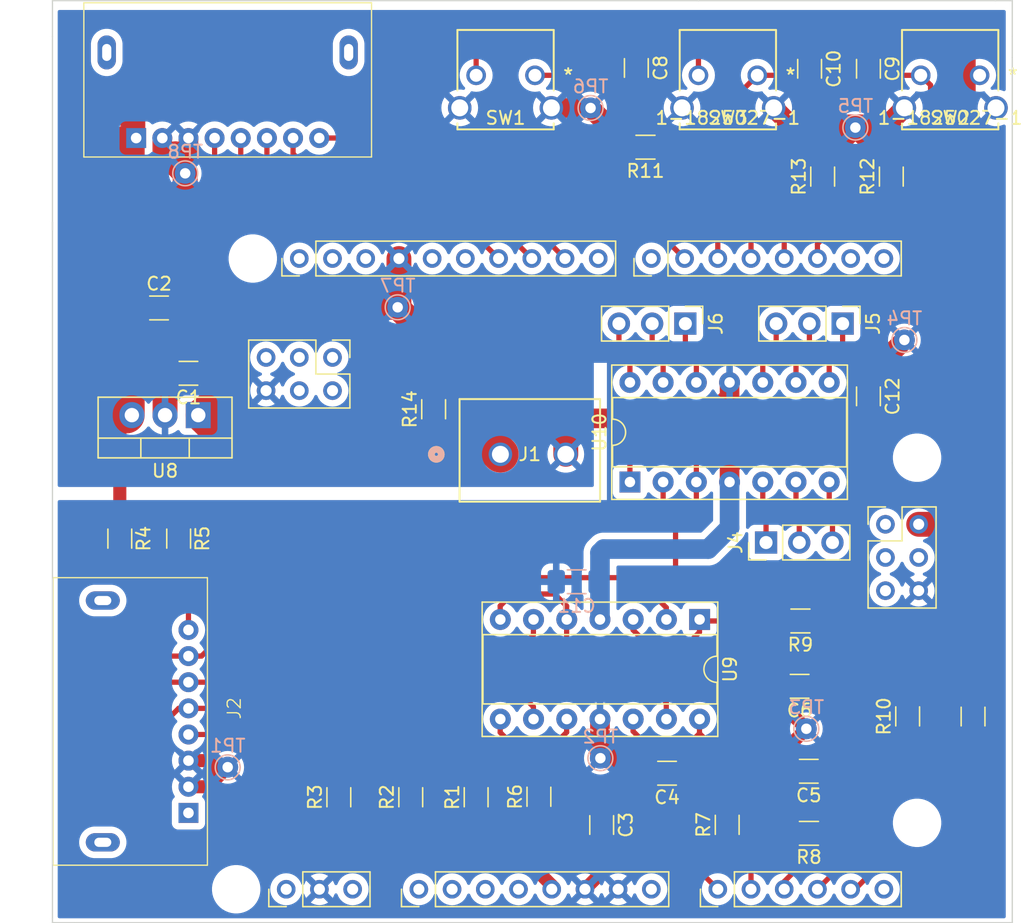
<source format=kicad_pcb>
(kicad_pcb (version 20240108) (generator "pcbnew") (generator_version "8.0")
  (title_block (title "Arduino UNO R4 Shield Template PCB") (date "2023-07-13") (rev "1.0") (company "MStackoverflow"))
  (layers (0 "F.Cu" signal) (31 "B.Cu" signal) (34 "B.Paste" user) (35 "F.Paste" user) (36 "B.SilkS" user "B.Silkscreen") (37 "F.SilkS" user "F.Silkscreen") (38 "B.Mask" user) (39 "F.Mask" user) (44 "Edge.Cuts" user))
  (net 0 "")
  (net 1 "GND")
  (net 2 "+5V")
  (net 3 "Net-(U9A-+)")
  (net 4 "Net-(U9B-+)")
  (net 5 "Net-(U9C-+)")
  (net 6 "Net-(U9D-+)")
  (net 7 "Net-(U10A-+)")
  (net 8 "Up Button")
  (net 9 "Down Button")
  (net 10 "Shift Button")
  (net 12 "Net-(J2-Pin_5)")
  (net 13 "Net-(J2-Pin_7)")
  (net 14 "Net-(J2-Pin_6)")
  (net 15 "Net-(J2-Pin_8)")
  (net 16 "Net-(J2-Pin_4)")
  (net 17 "Motor Signal 2")
  (net 18 "Motor Signal 5")
  (net 19 "Motor Signal 1")
  (net 20 "Motor Signal 3")
  (net 21 "Motor Signal 4")
  (net 22 "Flex Signal 1")
  (net 23 "Flex Signal 2")
  (net 24 "Flex Signal 3")
  (net 25 "Flex Signal 4")
  (net 26 "Flex Signal 5")
  (net 35 "+BATT")
  (net 39 "Net-(J4-Pin_3)")
  (net 43 "Net-(J4-Pin_1)")
  (net 44 "Net-(J4-Pin_2)")
  (net 54 "Net-(J5-Pin_1)")
  (net 56 "Net-(J5-Pin_3)")
  (net 57 "Net-(J5-Pin_2)")
  (net 58 "Net-(J6-Pin_3)")
  (net 61 "Net-(J6-Pin_1)")
  (net 62 "Net-(J6-Pin_2)")
  (footprint "Connector_PinHeader_2.54mm:PinHeader_1x03_P2.54mm_Vertical" (layer "F.Cu") (at 128.17 84.75 90)
    (property "Reference" "J4")
    (property "Value" "Spare Opamp")
  )
  (footprint "Capacitor_SMD:C_1206_3216Metric_Pad1.33x1.80mm_HandSolder" (layer "F.Cu") (at 120.6 102.4 180)
    (property "Reference" "C4")
    (property "Value" "C")
  )
  (footprint "Capacitor_SMD:C_1206_3216Metric_Pad1.33x1.80mm_HandSolder" (layer "F.Cu") (at 130.7375 95.75 180)
    (property "Reference" "C6")
    (property "Value" "C")
  )
  (footprint "Capacitor_SMD:C_1206_3216Metric_Pad1.33x1.80mm_HandSolder" (layer "F.Cu") (at 136 48.5 -90)
    (property "Reference" "C9")
    (property "Value" "C")
  )
  (footprint "custom_button:1-1825027-1" (layer "F.Cu") (at 127.5 49 180)
    (property "Reference" "SW3")
    (property "Value" "1-1825027-1")
  )
  (footprint "Capacitor_SMD:C_1206_3216Metric_Pad1.33x1.80mm_HandSolder" (layer "F.Cu") (at 115.6 106.3625 -90)
    (property "Reference" "C3")
    (property "Value" "C")
  )
  (footprint "Resistor_SMD:R_1206_3216Metric_Pad1.30x1.75mm_HandSolder" (layer "F.Cu") (at 118.95 54.5 180)
    (property "Reference" "R11")
    (property "Value" "R")
  )
  (footprint "Resistor_SMD:R_1206_3216Metric_Pad1.30x1.75mm_HandSolder" (layer "F.Cu") (at 132.5 56.75 90)
    (property "Reference" "R13")
    (property "Value" "R")
  )
  (footprint "Capacitor_SMD:C_1206_3216Metric_Pad1.33x1.80mm_HandSolder" (layer "F.Cu") (at 84 71.8 180)
    (property "Reference" "C1")
    (property "Value" "C")
  )
  (footprint "ArduinoPinSockets:Arduino_PinSocket_1x03_P2.54mm_Vertical" (layer "F.Cu") (at 91.47499 111.27751 90)
    (property "Reference" "U1" (hide yes))
    (property "Value" "OFF" (hide yes))
  )
  (footprint "Package_DIP:DIP-14_W7.62mm_Socket" (layer "F.Cu") (at 123.09 90.6375 -90)
    (property "Reference" "U9")
    (property "Value" "Opamp_Quad")
  )
  (footprint "Resistor_SMD:R_1206_3216Metric_Pad1.30x1.75mm_HandSolder" (layer "F.Cu") (at 139 98.05 90)
    (property "Reference" "R10")
    (property "Value" "R")
  )
  (footprint "molex_custom:Molex_2200301081" (layer "F.Cu") (at 88 97.4375 90)
    (property "Reference" "J2")
    (property "Value" "Flex Input")
  )
  (footprint "Resistor_SMD:R_1206_3216Metric_Pad1.30x1.75mm_HandSolder" (layer "F.Cu") (at 101 104.2375 90)
    (property "Reference" "R2")
    (property "Value" "R")
  )
  (footprint "Package_DIP:DIP-14_W7.62mm_Socket" (layer "F.Cu") (at 117.76 80.12 90)
    (property "Reference" "U10")
    (property "Value" "Opamp_Quad")
  )
  (footprint "molex_custom:Molex_2200301081" (layer "F.Cu") (at 88 57.8)
    (property "Reference" "J3" (hide yes))
    (property "Value" "Motor Output")
  )
  (footprint "Capacitor_SMD:C_1206_3216Metric_Pad1.33x1.80mm_HandSolder" (layer "F.Cu") (at 118.25 48.4375 -90)
    (property "Reference" "C8")
    (property "Value" "C")
  )
  (footprint "Resistor_SMD:R_1206_3216Metric_Pad1.30x1.75mm_HandSolder" (layer "F.Cu") (at 130.8 90.75 180)
    (property "Reference" "R9")
    (property "Value" "R")
  )
  (footprint "Connector_PinHeader_2.54mm:PinHeader_1x03_P2.54mm_Vertical" (layer "F.Cu") (at 122 68 -90)
    (property "Reference" "J6")
    (property "Value" "Spare Opamp")
  )
  (footprint "ArduinoPinSockets:Arduino_PinSocket_2x03_P2.54mm_Vertical" (layer "F.Cu") (at 137.30199 83.35251)
    (property "Reference" "U5" (hide yes))
    (property "Value" "ICSP" (hide yes))
  )
  (footprint "Resistor_SMD:R_1206_3216Metric_Pad1.30x1.75mm_HandSolder" (layer "F.Cu") (at 83.25 84.45 -90)
    (property "Reference" "R5")
    (property "Value" "R")
  )
  (footprint "Capacitor_SMD:C_1206_3216Metric_Pad1.33x1.80mm_HandSolder" (layer "F.Cu") (at 131.5 48.5 -90)
    (property "Reference" "C10")
    (property "Value" "C")
  )
  (footprint "Capacitor_SMD:C_1206_3216Metric_Pad1.33x1.80mm_HandSolder" (layer "F.Cu") (at 81.75 66.8)
    (property "Reference" "C2")
    (property "Value" "C")
  )
  (footprint "Resistor_SMD:R_1206_3216Metric_Pad1.30x1.75mm_HandSolder" (layer "F.Cu") (at 95.5 104.2375 90)
    (property "Reference" "R3")
    (property "Value" "R")
  )
  (footprint "Connector_PinHeader_2.54mm:PinHeader_1x03_P2.54mm_Vertical" (layer "F.Cu") (at 134.025 68 -90)
    (property "Reference" "J5")
    (property "Value" "Spare Opamp")
  )
  (footprint "custom_button:1-1825027-1" (layer "F.Cu") (at 110.5 49 180)
    (property "Reference" "SW1")
    (property "Value" "1-1825027-1" (hide yes))
  )
  (footprint "Resistor_SMD:R_1206_3216Metric_Pad1.30x1.75mm_HandSolder" (layer "F.Cu") (at 110.8 104.2 90)
    (property "Reference" "R6")
    (property "Value" "R")
  )
  (footprint "Resistor_SMD:R_1206_3216Metric_Pad1.30x1.75mm_HandSolder" (layer "F.Cu") (at 106 104.2375 90)
    (property "Reference" "R1")
    (property "Value" "R")
  )
  (footprint "ArduinoMountingHoles:Arduino_MountingHole" (layer "F.Cu") (at 139.72 78.25751)
    (property "Reference" "H1" (hide yes))
    (property "Value" "MountingHole1" (hide yes))
  )
  (footprint "Resistor_SMD:R_1206_3216Metric_Pad1.30x1.75mm_HandSolder" (layer "F.Cu") (at 78.75 84.45 -90)
    (property "Reference" "R4")
    (property "Value" "R")
  )
  (footprint "Resistor_SMD:R_1206_3216Metric_Pad1.30x1.75mm_HandSolder" (layer "F.Cu") (at 102.75 74.55 90)
    (property "Reference" "R14")
    (property "Value" "R" (hide yes))
  )
  (footprint "Resistor_SMD:R_1206_3216Metric_Pad1.30x1.75mm_HandSolder" (layer "F.Cu") (at 125.2 106.35 90)
    (property "Reference" "R7")
    (property "Value" "R")
  )
  (footprint "ArduinoPinSockets:Arduino_PinSocket_1x08_P2.54mm_Vertical" (layer "F.Cu") (at 119.39999 63.01751 90)
    (property "Reference" "U7" (hide yes))
    (property "Value" "Digital_2" (hide yes))
  )
  (footprint "Package_TO_SOT_THT:TO-220-3_Vertical" (layer "F.Cu") (at 84.75 75 180)
    (property "Reference" "U8")
    (property "Value" "L7805")
  )
  (footprint "ArduinoPinSockets:Arduino_PinSocket_1x10_P2.54mm_Vertical" (layer "F.Cu") (at 92.476 63.0175 90)
    (property "Reference" "U6" (hide yes))
    (property "Value" "Digital_1" (hide yes))
  )
  (footprint "ArduinoMountingHoles:Arduino_MountingHole" (layer "F.Cu") (at 87.65 111.2775)
    (property "Reference" "H4" (hide yes))
    (property "Value" "MountingHole4" (hide yes))
  )
  (footprint "ArduinoPinSockets:Arduino_PinSocket_1x06_P2.54mm_Vertical" (layer "F.Cu") (at 124.48 111.2775 90)
    (property "Reference" "U3" (hide yes))
    (property "Value" "Analog_2" (hide yes))
  )
  (footprint "ArduinoPinSockets:Arduino_PinSocket_1x08_P2.54mm_Vertical" (layer "F.Cu") (at 101.62 111.2775 90)
    (property "Reference" "U2" (hide yes))
    (property "Value" "Analog_1" (hide yes))
  )
  (footprint "Capacitor_SMD:C_1206_3216Metric_Pad1.33x1.80mm_HandSolder" (layer "F.Cu") (at 136 73.5625 -90)
    (property "Reference" "C12")
    (property "Value" "C")
  )
  (footprint "Capacitor_SMD:C_1206_3216Metric_Pad1.33x1.80mm_HandSolder" (layer "F.Cu") (at 144 98.0625 90)
    (property "Reference" "C7" (hide yes))
    (property "Value" "C")
  )
  (footprint "custom_terminal:CONN_TB002-500-02BE_CUD" (layer "F.Cu") (at 107.8549 78)
    (property "Reference" "J1")
    (property "Value" "Power Input")
  )
  (footprint "Capacitor_SMD:C_1206_3216Metric_Pad1.33x1.80mm_HandSolder" (layer "F.Cu") (at 131.4375 102.25 180)
    (property "Reference" "C5")
    (property "Value" "C")
  )
  (footprint "custom_button:1-1825027-1" (layer "F.Cu") (at 144.5 49 180)
    (property "Reference" "SW2")
    (property "Value" "1-1825027-1")
  )
  (footprint "ArduinoMountingHoles:Arduino_MountingHole" (layer "F.Cu") (at 88.91999 63.01751)
    (property "Reference" "H2" (hide yes))
    (property "Value" "MountingHole2" (hide yes))
  )
  (footprint "Resistor_SMD:R_1206_3216Metric_Pad1.30x1.75mm_HandSolder" (layer "F.Cu") (at 131.45 107 180)
    (property "Reference" "R8")
    (property "Value" "R")
  )
  (footprint "Resistor_SMD:R_1206_3216Metric_Pad1.30x1.75mm_HandSolder" (layer "F.Cu") (at 137.75 56.75 90)
    (property "Reference" "R12")
    (property "Value" "R")
  )
  (footprint "ArduinoPinSockets:Arduino_PinSocket_2x03_P2.54mm_Vertical" (layer "F.Cu") (at 95.016 70.5867 -90)
    (property "Reference" "U4" (hide yes))
    (property "Value" "ESP32-S3" (hide yes))
  )
  (footprint "ArduinoMountingHoles:Arduino_MountingHole" (layer "F.Cu") (at 139.72 106.1975)
    (property "Reference" "H3" (hide yes))
    (property "Value" "MountingHole3" (hide yes))
  )
  (footprint "TestPoint:TestPoint_Pad_D1.5mm" (layer "B.Cu") (at 83.75 56.5 180)
    (property "Reference" "TP8")
    (property "Value" "TestPoint")
  )
  (footprint "TestPoint:TestPoint_Pad_D1.5mm" (layer "B.Cu") (at 115.5 101.25 180)
    (property "Reference" "TP2")
    (property "Value" "TestPoint")
  )
  (footprint "TestPoint:TestPoint_Pad_D1.5mm" (layer "B.Cu") (at 87 101.95 180)
    (property "Reference" "TP1")
    (property "Value" "TestPoint")
  )
  (footprint "Capacitor_SMD:C_1206_3216Metric_Pad1.33x1.80mm_HandSolder" (layer "B.Cu") (at 113.6875 87.75)
    (property "Reference" "C11")
    (property "Value" "C")
  )
  (footprint "TestPoint:TestPoint_Pad_D1.5mm" (layer "B.Cu") (at 100 66.75 180)
    (property "Reference" "TP7")
    (property "Value" "TestPoint")
  )
  (footprint "TestPoint:TestPoint_Pad_D1.5mm" (layer "B.Cu") (at 138.75 69.25 180)
    (property "Reference" "TP4")
    (property "Value" "TestPoint")
  )
  (footprint "TestPoint:TestPoint_Pad_D1.5mm" (layer "B.Cu") (at 135 53 180)
    (property "Reference" "TP5")
    (property "Value" "TestPoint")
  )
  (footprint "TestPoint:TestPoint_Pad_D1.5mm" (layer "B.Cu") (at 114.75 51.5 180)
    (property "Reference" "TP6")
    (property "Value" "TestPoint")
  )
  (footprint "TestPoint:TestPoint_Pad_D1.5mm" (layer "B.Cu") (at 131.25 99 180)
    (property "Reference" "TP3")
    (property "Value" "TestPoint")
  )
  (gr_line (start 123 43.2875) (end 73.6 43.2875) (stroke (width 0.1)) (layer "Edge.Cuts"))
  (gr_line (start 73.6 46.0375) (end 73.6 43.2875) (stroke (width 0.1)) (layer "Edge.Cuts"))
  (gr_line (start 145.7 43.2875) (end 147 43.2875) (stroke (width 0.1)) (layer "Edge.Cuts"))
  (gr_line (start 73.6 60.8375) (end 73.6 46.0375) (stroke (width 0.1)) (layer "Edge.Cuts"))
  (gr_line (start 147 78.6375) (end 147 113.8375) (stroke (width 0.1)) (layer "Edge.Cuts"))
  (gr_line (start 123 43.2875) (end 145.7 43.2875) (stroke (width 0.1)) (layer "Edge.Cuts"))
  (gr_line (start 147 78.6375) (end 147 47.6375) (stroke (width 0.1)) (layer "Edge.Cuts"))
  (gr_line (start 73.6 63.6375) (end 73.6 113.5375) (stroke (width 0.1)) (layer "Edge.Cuts"))
  (gr_line (start 147 46.0375) (end 147 43.2875) (stroke (width 0.1)) (layer "Edge.Cuts"))
  (gr_line (start 147 46.0375) (end 147 47.6375) (stroke (width 0.1)) (layer "Edge.Cuts"))
  (gr_line (start 73.6 63.6375) (end 73.6 60.2375) (stroke (width 0.1)) (layer "Edge.Cuts"))
  (gr_line (start 147 113.8375) (end 145.7 113.8375) (stroke (width 0.1)) (layer "Edge.Cuts"))
  (gr_line (start 73.6 113.8375) (end 75.3 113.8375) (stroke (width 0.1)) (layer "Edge.Cuts"))
  (gr_line (start 73.6 113.5375) (end 73.6 113.8375) (stroke (width 0.1)) (layer "Edge.Cuts"))
  (gr_line (start 75.3 113.8375) (end 145.7 113.8375) (stroke (width 0.1)) (layer "Edge.Cuts"))
  (segment (start 114.740299 51.490299) (end 114.75 51.5) (width 0.4) (layer "F.Cu") (net 1))
  (segment (start 114.75 51.5) (end 117.25 54) (width 1.5) (layer "F.Cu") (net 1))
  (segment (start 137.485298 52.75) (end 138.744999 51.490299) (width 1.5) (layer "F.Cu") (net 1))
  (segment (start 83.8 66.75) (end 83.75 66.8) (width 1.9) (layer "F.Cu") (net 1))
  (segment (start 131.25 99) (end 129.875 100.375) (width 1) (layer "F.Cu") (net 1))
  (segment (start 100 66.75) (end 83.8 66.75) (width 1.9) (layer "F.Cu") (net 1))
  (segment (start 129.875 100.375) (end 129.875 102.25) (width 1) (layer "F.Cu") (net 1))
  (segment (start 135 53) (end 137 55) (width 1.5) (layer "F.Cu") (net 1))
  (segment (start 82.21 70.54) (end 82.21 75) (width 1.9) (layer "F.Cu") (net 1))
  (segment (start 85.4375 101.4375) (end 84 101.4375) (width 1) (layer "F.Cu") (net 1))
  (segment (start 134.95 52.75) (end 135 52.75) (width 1.5) (layer "F.Cu") (net 1))
  (segment (start 144 96.5) (end 144 92.59052) (width 0.4) (layer "F.Cu") (net 1))
  (segment (start 109.9875 69.4875) (end 112.8549 72.3549) (width 1.9) (layer "F.Cu") (net 1))
  (segment (start 83.75 56.5) (end 83.75 66.8) (width 1.9) (layer "F.Cu") (net 1))
  (segment (start 125.38 72.5) (end 125.38 73.62) (width 1.5) (layer "F.Cu") (net 1))
  (segment (start 135.25 52.75) (end 134.95 52.75) (width 1.5) (layer "F.Cu") (net 1))
  (segment (start 144 92.59052) (end 139.84199 88.43251) (width 0.4) (layer "F.Cu") (net 1))
  (segment (start 85.4375 101.4375) (end 85.9375 101.9375) (width 1) (layer "F.Cu") (net 1))
  (segment (start 135.25 52.75) (end 137.485298 52.75) (width 1.5) (layer "F.Cu") (net 1))
  (segment (start 115.47 98.2575) (end 115.47 101.22) (width 1.5) (layer "F.Cu") (net 1))
  (segment (start 115.47 101.22) (end 115.5 101.25) (width 1.5) (layer "F.Cu") (net 1))
  (segment (start 117.8875 101.25) (end 119.0375 102.4) (width 1.5) (layer "F.Cu") (net 1))
  (segment (start 112.8549 75.25) (end 112.8549 78) (width 1.9) (layer "F.Cu") (net 1))
  (segment (start 135 53) (end 135.25 53) (width 1.5) (layer "F.Cu") (net 1))
  (segment (start 82 53.8) (end 82 54.75) (width 1.5) (layer "F.Cu") (net 1))
  (segment (start 84 54.025) (end 84 54.975) (width 1.5) (layer "F.Cu") (net 1))
  (segment (start 83.75 66.8) (end 83.75 69) (width 1.9) (layer "F.Cu") (net 1))
  (segment (start 85.9375 101.9375) (end 87 101.9375) (width 1) (layer "F.Cu") (net 1))
  (segment (start 102.7375 69.4875) (end 109.9875 69.4875) (width 1.9) (layer "F.Cu") (net 1))
  (segment (start 131.25 99) (end 129.175 96.925) (width 1) (layer "F.Cu") (net 1))
  (segment (start 135 53) (end 133 55) (width 1.5) (layer "F.Cu") (net 1))
  (segment (start 112.8549 72.3549) (end 112.8549 75.25) (width 1.9) (layer "F.Cu") (net 1))
  (segment (start 85.5 103.4375) (end 87 101.9375) (width 1) (layer "F.Cu") (net 1))
  (segment (start 114.75 51.5) (end 113.5 51.5) (width 1.5) (layer "F.Cu") (net 1))
  (segment (start 128.755 51.490299) (end 130.014701 52.75) (width 1.5) (layer "F.Cu") (net 1))
  (segment (start 125.38 73.62) (end 123.75 75.25) (width 1.5) (layer "F.Cu") (net 1))
  (segment (start 83 55.75) (end 83 55) (width 1.9) (layer "F.Cu") (net 1))
  (segment (start 115.6 109.9975) (end 114.32 111.2775) (width 1) (layer "F.Cu") (net 1))
  (segment (start 111.764701 51.5) (end 111.755 51.490299) (width 0.4) (layer "F.Cu") (net 1))
  (segment (start 135 52.75) (end 135 53) (width 1.5) (layer "F.Cu") (net 1))
  (segment (start 113.5 51.5) (end 111.764701 51.5) (width 1.5) (layer "F.Cu") (net 1))
  (segment (start 114.75 51.85) (end 114.75 51.5) (width 0.4) (layer "F.Cu") (net 1))
  (segment (start 83.75 69) (end 82.21 70.54) (width 1.9) (layer "F.Cu") (net 1))
  (segment (start 100 66.75) (end 102.7375 69.4875) (width 1.9) (layer "F.Cu") (net 1))
  (segment (start 102.7375 69.4875) (end 102.7375 72.4875) (width 1.9) (layer "F.Cu") (net 1))
  (segment (start 135 52.75) (end 135 52.75) (width 1.5) (layer "F.Cu") (net 1))
  (segment (start 129.175 96.925) (end 129.175 95.75) (width 1) (layer "F.Cu") (net 1))
  (segment (start 130.014701 52.75) (end 135.25 52.75) (width 1.5) (layer "F.Cu") (net 1))
  (segment (start 100.096 63.0175) (end 100.096 66.654) (width 1.9) (layer "F.Cu") (net 1))
  (segment (start 123.75 75.25) (end 112.8549 75.25) (width 1.5) (layer "F.Cu") (net 1))
  (segment (start 102.7375 72.4875) (end 102.75 72.5) (width 1.9) (layer "F.Cu") (net 1))
  (segment (start 115.6 107.925) (end 115.6 109.9975) (width 1) (layer "F.Cu") (net 1))
  (segment (start 136 72) (end 138.75 69.25) (width 1.5) (layer "F.Cu") (net 1))
  (segment (start 84 103.4375) (end 85.5 103.4375) (width 1) (layer "F.Cu") (net 1))
  (segment (start 83.75 56.5) (end 83 55.75) (width 1.9) (layer "F.Cu") (net 1))
  (segment (start 115.5 101.25) (end 117.8875 101.25) (width 1.5) (layer "F.Cu") (net 1))
  (via (at 83.75 56.5) (size 1.6) (drill 0.8) (layers "F.Cu" "B.Cu") (net 1))
  (via (at 114.75 51.5) (size 1.6) (drill 0.8) (layers "F.Cu" "B.Cu") (net 1))
  (via (at 100 66.75) (size 1.6) (drill 0.8) (layers "F.Cu" "B.Cu") (net 1))
  (via (at 131.25 99) (size 1.6) (drill 0.8) (layers "F.Cu" "B.Cu") (net 1))
  (via (at 115.5 101.25) (size 1.6) (drill 0.8) (layers "F.Cu" "B.Cu") (net 1))
  (via (at 138.75 69.25) (size 1.6) (drill 0.8) (layers "F.Cu" "B.Cu") (net 1))
  (via (at 87 101.9375) (size 1.6) (drill 0.8) (layers "F.Cu" "B.Cu") (net 1))
  (via (at 135 53) (size 1.6) (drill 0.8) (layers "F.Cu" "B.Cu") (net 1))
  (segment (start 98 50.75) (end 102.25 46.5) (width 1.9) (layer "F.Cu") (net 2))
  (segment (start 95.75 105.7875) (end 106.5875 105.7875) (width 1) (layer "F.Cu") (net 2))
  (segment (start 136 76.25) (end 139.75 72.5) (width 1.5) (layer "F.Cu") (net 2))
  (segment (start 144.25 73.5) (end 144.25 81.9375) (width 1.9) (layer "F.Cu") (net 2))
  (segment (start 102.25 46.5) (end 106 46.5) (width 1.9) (layer "F.Cu") (net 2))
  (segment (start 78.75 82.9) (end 83.25 82.9) (width 1) (layer "F.Cu") (net 2))
  (segment (start 122.999999 49) (end 123 46.5) (width 0.4) (layer "F.Cu") (net 2))
  (segment (start 144.25 81.9375) (end 142.83499 83.35251) (width 1.9) (layer "F.Cu") (net 2))
  (segment (start 79.75 51.25) (end 80.25 50.75) (width 1.9) (layer "F.Cu") (net 2))
  (segment (start 80.25 50.75) (end 98 50.75) (width 1.9) (layer "F.Cu") (net 2))
  (segment (start 78.75 82.9) (end 78.75 75.5) (width 1) (layer "F.Cu") (net 2))
  (segment (start 139.75 72.5) (end 143.25 72.5) (width 1.5) (layer "F.Cu") (net 2))
  (segment (start 143.25 47.75) (end 143.25 72.5) (width 1.9) (layer "F.Cu") (net 2))
  (segment (start 106 46.5) (end 123 46.5) (width 1.9) (layer "F.Cu") (net 2))
  (segment (start 128 76.25) (end 136 76.25) (width 1.5) (layer "F.Cu") (net 2))
  (segment (start 79.75 54) (end 79.75 51.25) (width 1.9) (layer "F.Cu") (net 2))
  (segment (start 79.25 54.25) (end 79.25 75) (width 2.8) (layer "F.Cu") (net 2))
  (segment (start 125.38 78.87) (end 128 76.25) (width 1.5) (layer "F.Cu") (net 2))
  (segment (start 142 46.5) (end 143 47.5) (width 1.9) (layer "F.Cu") (net 2))
  (segment (start 142.83499 83.35251) (end 139.84199 83.35251) (width 1.9) (layer "F.Cu") (net 2))
  (segment (start 78.75 75.5) (end 79.25 75) (width 1) (layer "F.Cu") (net 2))
  (segment (start 111.78 110.98) (end 111.78 111.2775) (width 1) (layer "F.Cu") (net 2))
  (segment (start 125.38 80.12) (end 125.38 78.87) (width 1.5) (layer "F.Cu") (net 2))
  (segment (start 123 46.5) (end 142 46.5) (width 1.9) (layer "F.Cu") (net 2))
  (segment (start 106.5875 105.7875) (end 111.78 110.98) (width 1) (layer "F.Cu") (net 2))
  (segment (start 143.25 72.5) (end 144.25 73.5) (width 1.9) (layer "F.Cu") (net 2))
  (segment (start 105.999999 49) (end 106 46.5) (width 0.4) (layer "F.Cu") (net 2))
  (segment (start 115.47 85.53) (end 115.75 85.25) (width 1.5) (layer "B.Cu") (net 2))
  (segment (start 125.38 83.62) (end 125.38 80.12) (width 1.5) (layer "B.Cu") (net 2))
  (segment (start 115.75 85.25) (end 123.75 85.25) (width 1.5) (layer "B.Cu") (net 2))
  (segment (start 115.47 90.6375) (end 115.47 85.53) (width 1.5) (layer "B.Cu") (net 2))
  (segment (start 123.75 85.25) (end 125.38 83.62) (width 1.5) (layer "B.Cu") (net 2))
  (segment (start 119 92.4375) (end 122.25 92.4375) (width 0.4) (layer "F.Cu") (net 3))
  (segment (start 123.2025 90.75) (end 123.09 90.6375) (width 0.4) (layer "F.Cu") (net 3))
  (segment (start 123.08 91.6075) (end 123.08 90.6175) (width 0.4) (layer "F.Cu") (net 3))
  (segment (start 118 91.4375) (end 119 92.4375) (width 0.4) (layer "F.Cu") (net 3))
  (segment (start 129.1375 90.6375) (end 129.25 90.75) (width 0.4) (layer "F.Cu") (net 3))
  (segment (start 129.25 90.75) (end 123.2025 90.75) (width 0.4) (layer "F.Cu") (net 3))
  (segment (start 122.25 92.4375) (end 123.08 91.6075) (width 0.4) (layer "F.Cu") (net 3))
  (segment (start 118 90.6175) (end 118 91.4375) (width 0.4) (layer "F.Cu") (net 3))
  (segment (start 112.92 93.8575) (end 114 94.9375) (width 0.4) (layer "F.Cu") (net 4))
  (segment (start 127.5 99.4375) (end 127.5 104.6) (width 0.4) (layer "F.Cu") (net 4))
  (segment (start 114 94.9375) (end 121.25 94.9375) (width 0.4) (layer "F.Cu") (net 4))
  (segment (start 112.92 89.6075) (end 112.92 93.8575) (width 0.4) (layer "F.Cu") (net 4))
  (segment (start 112 88.6875) (end 112.92 89.6075) (width 0.4) (layer "F.Cu") (net 4))
  (segment (start 108.75 88.6875) (end 112 88.6875) (width 0.4) (layer "F.Cu") (net 4))
  (segment (start 107.84 90.6175) (end 107.84 89.5975) (width 0.4) (layer "F.Cu") (net 4))
  (segment (start 122.75 96.4375) (end 124.5 96.4375) (width 0.4) (layer "F.Cu") (net 4))
  (segment (start 107.84 89.5975) (end 108.75 88.6875) (width 0.4) (layer "F.Cu") (net 4))
  (segment (start 124.5 96.4375) (end 127.5 99.4375) (width 0.4) (layer "F.Cu") (net 4))
  (segment (start 121.25 94.9375) (end 122.75 96.4375) (width 0.4) (layer "F.Cu") (net 4))
  (segment (start 127.5 104.6) (end 129.9 107) (width 0.4) (layer "F.Cu") (net 4))
  (segment (start 112.92 99.2675) (end 112.92 98.2375) (width 0.4) (layer "F.Cu") (net 5))
  (segment (start 110.25 100.1875) (end 110.8 100.1875) (width 0.4) (layer "F.Cu") (net 5))
  (segment (start 108.75 100.1875) (end 110.25 100.1875) (width 0.4) (layer "F.Cu") (net 5))
  (segment (start 110.8 100.1875) (end 112 100.1875) (width 0.4) (layer "F.Cu") (net 5))
  (segment (start 107.84 98.2375) (end 107.84 99.2775) (width 0.4) (layer "F.Cu") (net 5))
  (segment (start 112 100.1875) (end 112.92 99.2675) (width 0.4) (layer "F.Cu") (net 5))
  (segment (start 107.84 99.2775) (end 108.75 100.1875) (width 0.4) (layer "F.Cu") (net 5))
  (segment (start 110.8 102.65) (end 110.8 100.1875) (width 0.4) (layer "F.Cu") (net 5))
  (segment (start 119 100.1875) (end 122 100.1875) (width 0.4) (layer "F.Cu") (net 6))
  (segment (start 118 98.2375) (end 118 99.1875) (width 0.4) (layer "F.Cu") (net 6))
  (segment (start 125.2 101.4775) (end 123.08 99.3575) (width 0.4) (layer "F.Cu") (net 6))
  (segment (start 123.08 99.3575) (end 123.08 98.2375) (width 0.4) (layer "F.Cu") (net 6))
  (segment (start 118 99.1875) (end 119 100.1875) (width 0.4) (layer "F.Cu") (net 6))
  (segment (start 122.25 100.1875) (end 123.08 99.3575) (width 0.4) (layer "F.Cu") (net 6))
  (segment (start 125.2 104.8) (end 125.2 101.4775) (width 0.4) (layer "F.Cu") (net 6))
  (segment (start 122 100.1875) (end 122.25 100.1875) (width 0.4) (layer "F.Cu") (net 6))
  (segment (start 122.84 82.16) (end 122.84 80.12) (width 0.4) (layer "F.Cu") (net 7))
  (segment (start 117.76 78.7) (end 119.09 77.37) (width 0.4) (layer "F.Cu") (net 7))
  (segment (start 122.84 78.62) (end 122.84 80.12) (width 0.4) (layer "F.Cu") (net 7))
  (segment (start 121.59 77.37) (end 122.84 78.62) (width 0.4) (layer "F.Cu") (net 7))
  (segment (start 119.09 77.37) (end 121.59 77.37) (width 0.4) (layer "F.Cu") (net 7))
  (segment (start 133.8125 88) (end 122.5 88) (width 0.4) (layer "F.Cu") (net 7))
  (segment (start 139 94.5) (end 135 90.5) (width 0.4) (layer "F.Cu") (net 7))
  (segment (start 121.25 83.75) (end 122.84 82.16) (width 0.4) (layer "F.Cu") (net 7))
  (segment (start 121.25 86.75) (end 121.25 83.75) (width 0.4) (layer "F.Cu") (net 7))
  (segment (start 122.5 88) (end 121.25 86.75) (width 0.4) (layer "F.Cu") (net 7))
  (segment (start 139 96.5) (end 139 94.5) (width 0.4) (layer "F.Cu") (net 7))
  (segment (start 135 89.1875) (end 133.8125 88) (width 0.4) (layer "F.Cu") (net 7))
  (segment (start 117.76 80.12) (end 117.76 78.7) (width 0.4) (layer "F.Cu") (net 7))
  (segment (start 135 90.5) (end 135 89.1875) (width 0.4) (layer "F.Cu") (net 7))
  (segment (start 127.01999 63.01751) (end 127.01999 57.01999) (width 0.4) (layer "F.Cu") (net 8))
  (segment (start 110.5 49) (end 115.5 49) (width 0.4) (layer "F.Cu") (net 8))
  (segment (start 116.5 50) (end 118.25 50) (width 0.4) (layer "F.Cu") (net 8))
  (segment (start 118.25 51.5) (end 118.25 50) (width 0.4) (layer "F.Cu") (net 8))
  (segment (start 115.5 49) (end 116.5 50) (width 0.4) (layer "F.Cu") (net 8))
  (segment (start 120.5 53.75) (end 118.25 51.5) (width 0.4) (layer "F.Cu") (net 8))
  (segment (start 120.5 54.5) (end 120.5 53.75) (width 0.4) (layer "F.Cu") (net 8))
  (segment (start 127.01999 57.01999) (end 124.5 54.5) (width 0.4) (layer "F.Cu") (net 8))
  (segment (start 124.5 54.5) (end 120.5 54.5) (width 0.4) (layer "F.Cu") (net 8))
  (segment (start 135.05 61) (end 137.75 58.3) (width 0.4) (layer "F.Cu") (net 9))
  (segment (start 132.09999 61.90001) (end 133 61) (width 0.4) (layer "F.Cu") (net 9))
  (segment (start 137.1875 50.0625) (end 136 50.0625) (width 0.4) (layer "F.Cu") (net 9))
  (segment (start 138.7 58.3) (end 140.75 56.25) (width 0.4) (layer "F.Cu") (net 9))
  (segment (start 138.25 49) (end 137.1875 50.0625) (width 0.4) (layer "F.Cu") (net 9))
  (segment (start 139.999999 49) (end 138.25 49) (width 0.4) (layer "F.Cu") (net 9))
  (segment (start 132.09999 63.01751) (end 132.09999 61.90001) (width 0.4) (layer "F.Cu") (net 9))
  (segment (start 133 61) (end 135.05 61) (width 0.4) (layer "F.Cu") (net 9))
  (segment (start 137.75 58.3) (end 138.7 58.3) (width 0.4) (layer "F.Cu") (net 9))
  (segment (start 140.75 49.750001) (end 139.999999 49) (width 0.4) (layer "F.Cu") (net 9))
  (segment (start 140.75 56.25) (end 140.75 49.750001) (width 0.4) (layer "F.Cu") (net 9))
  (segment (start 129.55999 60.29001) (end 129.55999 63.01751) (width 0.4) (layer "F.Cu") (net 10))
  (segment (start 131.55 58.3) (end 132.5 58.3) (width 0.4) (layer "F.Cu") (net 10))
  (segment (start 129.25 49) (end 130.3125 50.0625) (width 0.4) (layer "F.Cu") (net 10))
  (segment (start 127.5 49) (end 129.25 49) (width 0.4) (layer "F.Cu") (net 10))
  (segment (start 127.5 49) (end 126.5 50) (width 0.4) (layer "F.Cu") (net 10))
  (segment (start 130.3125 50.0625) (end 131.5 50.0625) (width 0.4) (layer "F.Cu") (net 10))
  (segment (start 131.55 58.3) (end 129.55999 60.29001) (width 0.4) (layer "F.Cu") (net 10))
  (segment (start 126.5 53.25) (end 131.55 58.3) (width 0.4) (layer "F.Cu") (net 10))
  (segment (start 126.5 50) (end 126.5 53.25) (width 0.4) (layer "F.Cu") (net 10))
  (segment (start 83.25 97.4375) (end 81.75 98.9375) (width 0.4) (layer "F.Cu") (net 12))
  (segment (start 120.54 98.2375) (end 120.54 96.9775) (width 0.4) (layer "F.Cu") (net 12))
  (segment (start 112 96.1875) (end 110.25 94.4375) (width 0.4) (layer "F.Cu") (net 12))
  (segment (start 119.75 96.1875) (end 112 96.1875) (width 0.4) (layer "F.Cu") (net 12))
  (segment (start 86.25 97.4375) (end 84 97.4375) (width 0.4) (layer "F.Cu") (net 12))
  (segment (start 101 101.4375) (end 99.625 100.0625) (width 0.4) (layer "F.Cu") (net 12))
  (segment (start 88.75 94.9375) (end 86.25 97.4375) (width 0.4) (layer "F.Cu") (net 12))
  (segment (start 94.5 94.4375) (end 94 94.9375) (width 0.4) (layer "F.Cu") (net 12))
  (segment (start 99.625 100.0625) (end 92.625 100.0625) (width 0.4) (layer "F.Cu") (net 12))
  (segment (start 85 107.6875) (end 92.625 100.0625) (width 0.4) (layer "F.Cu") (net 12))
  (segment (start 94 94.9375) (end 88.75 94.9375) (width 0.4) (layer "F.Cu") (net 12))
  (segment (start 82.5 107.6875) (end 85 107.6875) (width 0.4) (layer "F.Cu") (net 12))
  (segment (start 81.75 98.9375) (end 81.75 106.9375) (width 0.4) (layer "F.Cu") (net 12))
  (segment (start 101 101.4375) (end 101 102.6875) (width 0.4) (layer "F.Cu") (net 12))
  (segment (start 84 97.4375) (end 83.25 97.4375) (width 0.4) (layer "F.Cu") (net 12))
  (segment (start 120.54 96.9775) (end 119.75 96.1875) (width 0.4) (layer "F.Cu") (net 12))
  (segment (start 110.25 94.4375) (end 94.5 94.4375) (width 0.4) (layer "F.Cu") (net 12))
  (segment (start 81.75 106.9375) (end 82.5 107.6875) (width 0.4) (layer "F.Cu") (net 12))
  (segment (start 78.75 86) (end 80.35 87.6) (width 0.4) (layer "F.Cu") (net 13))
  (segment (start 120.54 89.7275) (end 118.25 87.4375) (width 0.4) (layer "F.Cu") (net 13))
  (segment (start 82.5 93.4375) (end 84 93.4375) (width 0.4) (layer "F.Cu") (net 13))
  (segment (start 120.5 90.6575) (end 120.54 90.6175) (width 0.4) (layer "F.Cu") (net 13))
  (segment (start 80.35 91.2875) (end 82.5 93.4375) (width 0.4) (layer "F.Cu") (net 13))
  (segment (start 85 93.4375) (end 84 93.4375) (width 0.4) (layer "F.Cu") (net 13))
  (segment (start 91 87.4375) (end 85 93.4375) (width 0.4) (layer "F.Cu") (net 13))
  (segment (start 118.25 87.4375) (end 91 87.4375) (width 0.4) (layer "F.Cu") (net 13))
  (segment (start 80.35 87.6) (end 80.35 91.2875) (width 0.4) (layer "F.Cu") (net 13))
  (segment (start 120.54 90.6175) (end 120.54 89.7275) (width 0.4) (layer "F.Cu") (net 13))
  (segment (start 92.75 106.1875) (end 92.75 103.1875) (width 0.4) (layer "F.Cu") (net 14))
  (segment (start 92.75 103.1875) (end 93.25 102.6875) (width 0.4) (layer "F.Cu") (net 14))
  (segment (start 90.75 92.4375) (end 92.25 90.9375) (width 0.4) (layer "F.Cu") (net 14))
  (segment (start 106 92.6875) (end 109.5 92.6875) (width 0.4) (layer "F.Cu") (net 14))
  (segment (start 88.5 92.4375) (end 90.75 92.4375) (width 0.4) (layer "F.Cu") (net 14))
  (segment (start 80.25 97.4375) (end 80.25 108.9375) (width 0.4) (layer "F.Cu") (net 14))
  (segment (start 104.25 90.9375) (end 106 92.6875) (width 0.4) (layer "F.Cu") (net 14))
  (segment (start 109.5 92.6875) (end 110.38 91.8075) (width 0.4) (layer "F.Cu") (net 14))
  (segment (start 87 107.6875) (end 91.25 107.6875) (width 0.4) (layer "F.Cu") (net 14))
  (segment (start 84 95.4375) (end 82.25 95.4375) (width 0.4) (layer "F.Cu") (net 14))
  (segment (start 84.75 109.9375) (end 87 107.6875) (width 0.4) (layer "F.Cu") (net 14))
  (segment (start 110.38 91.8075) (end 110.38 90.6175) (width 0.4) (layer "F.Cu") (net 14))
  (segment (start 93.25 102.6875) (end 95.5 102.6875) (width 0.4) (layer "F.Cu") (net 14))
  (segment (start 81.25 109.9375) (end 84.75 109.9375) (width 0.4) (layer "F.Cu") (net 14))
  (segment (start 85.5 95.4375) (end 88.5 92.4375) (width 0.4) (layer "F.Cu") (net 14))
  (segment (start 92.25 90.9375) (end 104.25 90.9375) (width 0.4) (layer "F.Cu") (net 14))
  (segment (start 82.25 95.4375) (end 80.25 97.4375) (width 0.4) (layer "F.Cu") (net 14))
  (segment (start 80.25 108.9375) (end 81.25 109.9375) (width 0.4) (layer "F.Cu") (net 14))
  (segment (start 91.25 107.6875) (end 92.75 106.1875) (width 0.4) (layer "F.Cu") (net 14))
  (segment (start 84 95.4375) (end 85.5 95.4375) (width 0.4) (layer "F.Cu") (net 14))
  (segment (start 120.3 80.12) (end 120.3 81.58) (width 0.4) (layer "F.Cu") (net 15))
  (segment (start 86.25 84.5) (end 84 86.75) (width 0.4) (layer "F.Cu") (net 15))
  (segment (start 120.3 81.58) (end 118.63 83.25) (width 0.4) (layer "F.Cu") (net 15))
  (segment (start 109 84.5) (end 86.25 84.5) (width 0.4) (layer "F.Cu") (net 15))
  (segment (start 110.25 83.25) (end 109 84.5) (width 0.4) (layer "F.Cu") (net 15))
  (segment (start 118.63 83.25) (end 110.25 83.25) (width 0.4) (layer "F.Cu") (net 15))
  (segment (start 84 86.75) (end 83.25 86) (width 0.4) (layer "F.Cu") (net 15))
  (segment (start 84 91.4375) (end 84 86.75) (width 0.4) (layer "F.Cu") (net 15))
  (segment (start 106 102.6875) (end 106 101.1875) (width 0.4) (layer "F.Cu") (net 16))
  (segment (start 110.38 98.2375) (end 110.38 97.3175) (width 0.4) (layer "F.Cu") (net 16))
  (segment (start 87.25 99.4375) (end 84 99.4375) (width 0.4) (layer "F.Cu") (net 16))
  (segment (start 106 101.1875) (end 105.25 100.4375) (width 0.4) (layer "F.Cu") (net 16))
  (segment (start 107 96.1875) (end 105.25 97.9375) (width 0.4) (layer "F.Cu") (net 16))
  (segment (start 105.25 100.4375) (end 105.25 97.9375) (width 0.4) (layer "F.Cu") (net 16))
  (segment (start 109.25 96.1875) (end 107 96.1875) (width 0.4) (layer "F.Cu") (net 16))
  (segment (start 88.75 97.9375) (end 87.25 99.4375) (width 0.4) (layer "F.Cu") (net 16))
  (segment (start 105.25 97.9375) (end 88.75 97.9375) (width 0.4) (layer "F.Cu") (net 16))
  (segment (start 110.38 97.3175) (end 109.25 96.1875) (width 0.4) (layer "F.Cu") (net 16))
  (segment (start 89.75 58.75) (end 105.9885 58.75) (width 0.4) (layer "F.Cu") (net 17))
  (segment (start 88 57) (end 89.75 58.75) (width 0.4) (layer "F.Cu") (net 17))
  (segment (start 105.9885 58.75) (end 110.256 63.0175) (width 0.4) (layer "F.Cu") (net 17))
  (segment (start 88 53.8) (end 88 57) (width 0.4) (layer "F.Cu") (net 17))
  (segment (start 112.3 53.8) (end 116 57.5) (width 0.4) (layer "F.Cu") (net 18))
  (segment (start 94 53.8) (end 112.3 53.8) (width 0.4) (layer "F.Cu") (net 18))
  (segment (start 94 53.8) (end 94.05 53.75) (width 0.4) (layer "F.Cu") (net 18))
  (segment (start 124.47999 59.91749) (end 124.47999 63.01751) (width 0.4) (layer "F.Cu") (net 18))
  (segment (start 122.0625 57.5) (end 124.47999 59.91749) (width 0.4) (layer "F.Cu") (net 18))
  (segment (start 116 57.5) (end 122.0625 57.5) (width 0.4) (layer "F.Cu") (net 18))
  (segment (start 104.9485 60.25) (end 88.25 60.25) (width 0.4) (layer "F.Cu") (net 19))
  (segment (start 107.716 63.0175) (end 104.9485 60.25) (width 0.4) (layer "F.Cu") (net 19))
  (segment (start 86 58) (end 86 53.8) (width 0.4) (layer "F.Cu") (net 19))
  (segment (start 88.25 60.25) (end 86 58) (width 0.4) (layer "F.Cu") (net 19))
  (segment (start 107.0285 57.25) (end 112.796 63.0175) (width 0.4) (layer "F.Cu") (net 20))
  (segment (start 90 53.8) (end 90 55.75) (width 0.4) (layer "F.Cu") (net 20))
  (segment (start 90 55.75) (end 91.5 57.25) (width 0.4) (layer "F.Cu") (net 20))
  (segment (start 91.5 57.25) (end 107.0285 57.25) (width 0.4) (layer "F.Cu") (net 20))
  (segment (start 92.5 55.5) (end 93 55.5) (width 0.4) (layer "F.Cu") (net 21))
  (segment (start 114.5 60.25) (end 119.17248 60.25) (width 0.4) (layer "F.Cu") (net 21))
  (segment (start 93 55.5) (end 109.25 55.5) (width 0.4) (layer "F.Cu") (net 21))
  (segment (start 92 53.8) (end 92 55) (width 0.4) (layer "F.Cu") (net 21))
  (segment (start 109.75 55.5) (end 114.5 60.25) (width 0.4) (layer "F.Cu") (net 21))
  (segment (start 109.25 55.5) (end 109.75 55.5) (width 0.4) (layer "F.Cu") (net 21))
  (segment (start 119.17248 60.25) (end 121.93999 63.01751) (width 0.4) (layer "F.Cu") (net 21))
  (segment (start 92 55) (end 92.5 55.5) (width 0.4) (layer "F.Cu") (net 21))
  (segment (start 112.85 105.75) (end 113.8 104.8) (width 0.4) (layer "F.Cu") (net 22))
  (segment (start 110.8 105.75) (end 112.85 105.75) (width 0.4) (layer "F.Cu") (net 22))
  (segment (start 124.48 111.2775) (end 118.0025 104.8) (width 0.4) (layer "F.Cu") (net 22))
  (segment (start 118.0025 104.8) (end 115.6 104.8) (width 0.4) (layer "F.Cu") (net 22))
  (segment (start 113.8 104.8) (end 115.6 104.8) (width 0.4) (layer "F.Cu") (net 22))
  (segment (start 125.2 107.9) (end 126.1 107.9) (width 0.4) (layer "F.Cu") (net 23))
  (segment (start 124.1 107.9) (end 122.1625 105.9625) (width 0.4) (layer "F.Cu") (net 23))
  (segment (start 122.1625 105.9625) (end 122.1625 102.4) (width 0.4) (layer "F.Cu") (net 23))
  (segment (start 125.2 107.9) (end 124.1 107.9) (width 0.4) (layer "F.Cu") (net 23))
  (segment (start 126.1 107.9) (end 127.02 108.82) (width 0.4) (layer "F.Cu") (net 23))
  (segment (start 127.02 108.82) (end 127.02 111.2775) (width 0.4) (layer "F.Cu") (net 23))
  (segment (start 132.5 109.25) (end 133 108.75) (width 0.4) (layer "F.Cu") (net 24))
  (segment (start 131 109.25) (end 132.5 109.25) (width 0.4) (layer "F.Cu") (net 24))
  (segment (start 129.56 111.2775) (end 129.56 110.69) (width 0.4) (layer "F.Cu") (net 24))
  (segment (start 133 107) (end 133 102.25) (width 0.4) (layer "F.Cu") (net 24))
  (segment (start 133 108.75) (end 133 107) (width 0.4) (layer "F.Cu") (net 24))
  (segment (start 129.56 110.69) (end 131 109.25) (width 0.4) (layer "F.Cu") (net 24))
  (segment (start 134.1275 109.25) (end 135 109.25) (width 0.4) (layer "F.Cu") (net 25))
  (segment (start 132.3 90.8) (end 132.35 90.75) (width 0.4) (layer "F.Cu") (net 25))
  (segment (start 132.1 111.2775) (end 134.1275 109.25) (width 0.4) (layer "F.Cu") (net 25))
  (segment (start 136 99.45) (end 132.3 95.75) (width 0.4) (layer "F.Cu") (net 25))
  (segment (start 136 108.25) (end 136 99.45) (width 0.4) (layer "F.Cu") (net 25))
  (segment (start 132.3 95.75) (end 132.3 90.8) (width 0.4) (layer "F.Cu") (net 25))
  (segment (start 135 109.25) (end 136 108.25) (width 0.4) (layer "F.Cu") (net 25))
  (segment (start 139 99.6) (end 143.975 99.6) (width 0.4) (layer "F.Cu") (net 26))
  (segment (start 134.64 111.2775) (end 134.9725 111.2775) (width 0.4) (layer "F.Cu") (net 26))
  (segment (start 134.9725 111.2775) (end 136.5 109.75) (width 0.4) (layer "F.Cu") (net 26))
  (segment (start 136.5 109.75) (end 141.5 109.75) (width 0.4) (layer "F.Cu") (net 26))
  (segment (start 141.5 109.75) (end 144 107.25) (width 0.4) (layer "F.Cu") (net 26))
  (segment (start 144 107.25) (end 144 99.625) (width 0.4) (layer "F.Cu") (net 26))
  (segment (start 143.975 99.6) (end 144 99.625) (width 0.4) (layer "F.Cu") (net 26))
  (segment (start 87.2 77) (end 85.25 75.05) (width 2.8) (layer "F.Cu") (net 35))
  (segment (start 85.25 75.05) (end 86.4 73.9) (width 2.8) (layer "F.Cu") (net 35))
  (segment (start 86.4 73.9) (end 86.4 72) (width 2.8) (layer "F.Cu") (net 35))
  (segment (start 107.8549 78) (end 106.8549 77) (width 2.8) (layer "F.Cu") (net 35))
  (segment (start 85.25 75.05) (end 85.2 75) (width 2.8) (layer "F.Cu") (net 35))
  (segment (start 106.8549 77) (end 87.2 77) (width 2.8) (layer "F.Cu") (net 35))
  (segment (start 133 82.25) (end 133 80.12) (width 0.4) (layer "F.Cu") (net 39))
  (segment (start 133.25 82.5) (end 133 82.25) (width 0.4) (layer "F.Cu") (net 39))
  (segment (start 133.25 84.75) (end 133.25 82.5) (width 0.4) (layer "F.Cu") (net 39))
  (segment (start 128.17 82.42) (end 128.17 84.75) (width 0.4) (layer "F.Cu") (net 43))
  (segment (start 127.92 82.17) (end 128.17 82.42) (width 0.4) (layer "F.Cu") (net 43))
  (segment (start 127.92 80.12) (end 127.92 82.17) (width 0.4) (layer "F.Cu") (net 43))
  (segment (start 130.71 84.75) (end 130.71 82.46) (width 0.4) (layer "F.Cu") (net 44))
  (segment (start 130.46 82.21) (end 130.46 80.12) (width 0.4) (layer "F.Cu") (net 44))
  (segment (start 130.71 82.46) (end 130.46 82.21) (width 0.4) (layer "F.Cu") (net 44))
  (segment (start 133 72.5) (end 133 71) (width 0.4) (layer "F.Cu") (net 54))
  (segment (start 133 71) (end 134.025 69.975) (width 0.4) (layer "F.Cu") (net 54))
  (segment (start 134.025 69.975) (end 134.025 68) (width 0.4) (layer "F.Cu") (net 54))
  (segment (start 127.92 71.08) (end 128.945 70.055) (width 0.4) (layer "F.Cu") (net 56))
  (segment (start 127.92 72.5) (end 127.92 71.08) (width 0.4) (layer "F.Cu") (net 56))
  (segment (start 128.945 70.055) (end 128.945 68) (width 0.4) (layer "F.Cu") (net 56))
  (segment (start 130.46 72.5) (end 130.46 71.04) (width 0.4) (layer "F.Cu") (net 57))
  (segment (start 131.485 70.015) (end 131.485 68) (width 0.4) (layer "F.Cu") (net 57))
  (segment (start 130.46 71.04) (end 131.485 70.015) (width 0.4) (layer "F.Cu") (net 57))
  (segment (start 116.92 70.17) (end 116.92 68) (width 0.4) (layer "F.Cu") (net 58))
  (segment (start 117.76 71.01) (end 116.92 70.17) (width 0.4) (layer "F.Cu") (net 58))
  (segment (start 117.76 72.5) (end 117.76 71.01) (width 0.4) (layer "F.Cu") (net 58))
  (segment (start 122 70.25) (end 122 68) (width 0.4) (layer "F.Cu") (net 61))
  (segment (start 122.84 71.09) (end 122 70.25) (width 0.4) (layer "F.Cu") (net 61))
  (segment (start 122.84 72.5) (end 122.84 71.09) (width 0.4) (layer "F.Cu") (net 61))
  (segment (start 120.3 72.5) (end 120.3 71.05) (width 0.4) (layer "F.Cu") (net 62))
  (segment (start 120.3 71.05) (end 119.46 70.21) (width 0.4) (layer "F.Cu") (net 62))
  (segment (start 119.46 70.21) (end 119.46 68) (width 0.4) (layer "F.Cu") (net 62))
  (zone (net 1) (net_name "GND") (layer "B.Cu") (priority 2) (connect_pads (clearance 0.508)) (min_thickness 0.25) (fill yes (thermal_gap 0.5) (thermal_bridge_width 0.5))
    (polygon (pts (xy 74 44) (xy 146.5 44) (xy 146.5 113.5) (xy 74 113.5) (xy 74 81.5) (xy 116 81.5) (xy 116 71) (xy 115 71) (xy 115 80.5) (xy 74 80.5)))
  )
)
</source>
